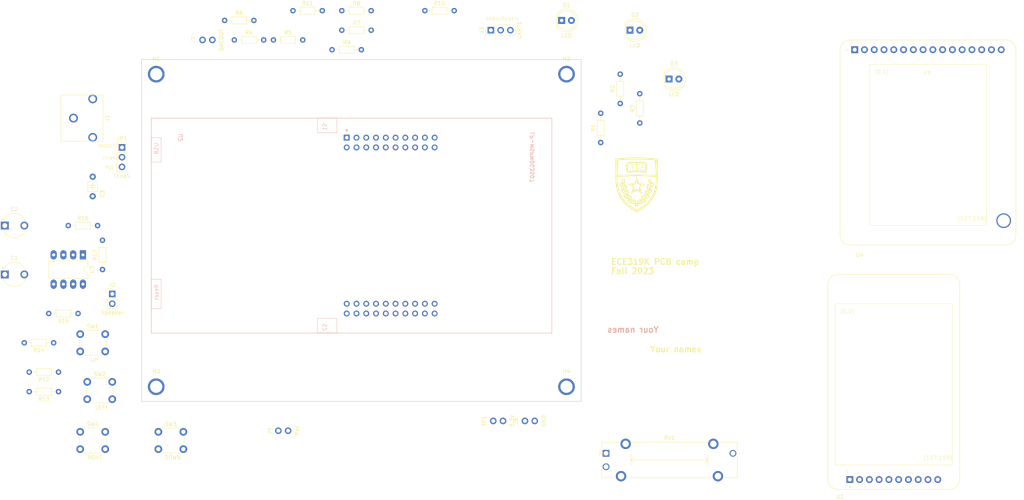
<source format=kicad_pcb>
(kicad_pcb (version 20221018) (generator pcbnew)
  (title_block (title "ECE 319K Baseline Project") (date "2023-12-11") (rev "v1.0.0") (company "The University of Texas at Austin"))
  (layers (0 "F.Cu" signal) (31 "B.Cu" signal) (34 "B.Paste" user) (35 "F.Paste" user) (36 "B.SilkS" user "B.Silkscreen") (37 "F.SilkS" user "F.Silkscreen") (38 "B.Mask" user) (39 "F.Mask" user) (44 "Edge.Cuts" user))
  (net 0 "")
  (net 1 "GND")
  (net 2 "+3V3")
  (net 3 "PB9")
  (net 4 "PB15")
  (net 5 "PB8")
  (net 6 "PB7")
  (net 7 "PB6")
  (net 8 "PA13")
  (net 9 "+5V")
  (net 15 "PA25")
  (net 17 "PA8")
  (net 18 "PA26")
  (net 19 "PB24")
  (net 20 "PA27")
  (net 21 "PB2")
  (net 22 "PB3")
  (net 24 "PB12")
  (net 25 "PB17")
  (net 26 "PB0")
  (net 27 "PB16")
  (net 28 "PB19")
  (net 29 "PA22")
  (net 30 "PB18")
  (net 31 "PA18")
  (net 32 "PA24")
  (net 33 "PA17")
  (net 34 "PA16")
  (net 35 "PA15")
  (net 36 "PB4")
  (net 37 "PB1")
  (net 38 "PA28")
  (net 39 "PA31")
  (net 40 "PB20")
  (net 41 "PB13")
  (net 42 "PA10")
  (net 46 "PB23")
  (net 48 "PA11")
  (net 49 "PA12")
  (footprint "ECE445L:R_Axial_DIN0204_L3.6mm_D1.6mm_P7.62mm_Horizontal" (layer "F.Cu") (at 90.17 25.4)
    (fp_text reference "R11" (at 3.81 -1.92) (layer "F.SilkS"))
    (fp_text value "12k")
    (pad "1" thru_hole circle (at 0 0) (size 1.4 1.4) (drill 0.7) (layers "*.Cu" "*.Mask"))
    (pad "2" thru_hole oval (at 7.62 0) (size 1.4 1.4) (drill 0.7) (layers "*.Cu" "*.Mask"))
  )
  (footprint "ECE445L:Testpoint_1x02_P2.54mm" (layer "F.Cu") (at 86.36 134.62 90)
    (fp_text reference "J4" (at 0 -2.33 90) (layer "F.SilkS"))
    (fp_text value "Pot" (at 0 4.87 90) (layer "F.SilkS"))
    (pad "1" thru_hole circle (at 0 0 90) (size 1.7 1.7) (drill 1) (layers "*.Cu" "*.Mask"))
    (pad "2" thru_hole oval (at 0 2.54 90) (size 1.7 1.7) (drill 1) (layers "*.Cu" "*.Mask"))
  )
  (footprint "ECE445L:R_Axial_DIN0204_L3.6mm_D1.6mm_P7.62mm_Horizontal" (layer "F.Cu") (at 74.93 33.02)
    (fp_text reference "R4" (at 3.81 -1.92) (layer "F.SilkS"))
    (fp_text value "1.5k")
    (pad "1" thru_hole circle (at 0 0) (size 1.4 1.4) (drill 0.7) (layers "*.Cu" "*.Mask"))
    (pad "2" thru_hole oval (at 7.62 0) (size 1.4 1.4) (drill 0.7) (layers "*.Cu" "*.Mask"))
  )
  (footprint "ECE445L:PinHeader_1x03_P2.54mm_Vertical" (layer "F.Cu") (at 141.62 30.48 90)
    (fp_text reference "J3" (at 0 -2.33 90) (layer "F.SilkS"))
    (fp_text value "UART1" (at 0 7.41 90) (layer "F.SilkS"))
    (pad "1" thru_hole rect (at 0 0 90) (size 1.7 1.7) (drill 1) (layers "*.Cu" "*.Mask") (net 1 "GND"))
    (pad "2" thru_hole oval (at 0 2.54 90) (size 1.7 1.7) (drill 1) (layers "*.Cu" "*.Mask") (net 17 "PA8"))
    (pad "3" thru_hole oval (at 0 5.08 90) (size 1.7 1.7) (drill 1) (layers "*.Cu" "*.Mask") (net 29 "PA22"))
  )
  (footprint "LOGO" (layer "F.Cu") (at 180.34 71.12)
    (fp_text reference "G***" hide)
    (fp_text value "LOGO" hide)
  )
  (footprint "ECE445L:R_Axial_DIN0204_L3.6mm_D1.6mm_P7.62mm_Horizontal" (layer "F.Cu") (at 72.39 27.94)
    (fp_text reference "R6" (at 3.81 -1.92) (layer "F.SilkS"))
    (fp_text value "1.5k")
    (pad "1" thru_hole circle (at 0 0) (size 1.4 1.4) (drill 0.7) (layers "*.Cu" "*.Mask"))
    (pad "2" thru_hole oval (at 7.62 0) (size 1.4 1.4) (drill 0.7) (layers "*.Cu" "*.Mask"))
  )
  (footprint "ECE445L:DIP-8_W7.62mm_LongPads" (layer "F.Cu") (at 35.56 88.9 -90)
    (fp_text reference "U3" (at 3.81 -2.33 -90) (layer "F.SilkS"))
    (fp_text value "MCP34119P")
    (pad "1" thru_hole rect (at 0 0 270) (size 2.4 1.6) (drill 0.8) (layers "*.Cu" "*.Mask"))
    (pad "2" thru_hole oval (at 0 2.54 270) (size 2.4 1.6) (drill 0.8) (layers "*.Cu" "*.Mask"))
    (pad "3" thru_hole oval (at 0 5.08 270) (size 2.4 1.6) (drill 0.8) (layers "*.Cu" "*.Mask"))
    (pad "4" thru_hole oval (at 0 7.62 270) (size 2.4 1.6) (drill 0.8) (layers "*.Cu" "*.Mask"))
    (pad "5" thru_hole oval (at 7.62 7.62 270) (size 2.4 1.6) (drill 0.8) (layers "*.Cu" "*.Mask"))
    (pad "6" thru_hole oval (at 7.62 5.08 270) (size 2.4 1.6) (drill 0.8) (layers "*.Cu" "*.Mask"))
    (pad "7" thru_hole oval (at 7.62 2.54 270) (size 2.4 1.6) (drill 0.8) (layers "*.Cu" "*.Mask"))
    (pad "8" thru_hole oval (at 7.62 0 270) (size 2.4 1.6) (drill 0.8) (layers "*.Cu" "*.Mask"))
  )
  (footprint "ECE445L:R_Axial_DIN0204_L3.6mm_D1.6mm_P7.62mm_Horizontal" (layer "F.Cu") (at 40.64 92.71 90)
    (fp_text reference "R17" (at 3.81 -1.92 90) (layer "F.SilkS"))
    (fp_text value "10k")
    (pad "1" thru_hole circle (at 0 0 90) (size 1.4 1.4) (drill 0.7) (layers "*.Cu" "*.Mask"))
    (pad "2" thru_hole oval (at 7.62 0 90) (size 1.4 1.4) (drill 0.7) (layers "*.Cu" "*.Mask"))
  )
  (footprint "ECE445L:SW_PUSH_6mm" (layer "F.Cu") (at 36.68 121.92)
    (fp_text reference "SW2" (at 3.25 -2) (layer "F.SilkS"))
    (fp_text value "LEFT" (at 3.75 6.7) (layer "F.SilkS"))
    (pad "1" thru_hole circle (at 0 0 90) (size 2 2) (drill 1.1) (layers "*.Cu" "*.Mask"))
    (pad "1" thru_hole circle (at 6.5 0 90) (size 2 2) (drill 1.1) (layers "*.Cu" "*.Mask"))
    (pad "2" thru_hole circle (at 0 4.5 90) (size 2 2) (drill 1.1) (layers "*.Cu" "*.Mask"))
    (pad "2" thru_hole circle (at 6.5 4.5 90) (size 2 2) (drill 1.1) (layers "*.Cu" "*.Mask"))
  )
  (footprint "ECE445L:SW_PUSH_6mm" (layer "F.Cu") (at 34.85 109.51)
    (fp_text reference "SW1" (at 3.25 -2) (layer "F.SilkS"))
    (fp_text value "UP" (at 3.75 6.7) (layer "F.SilkS"))
    (pad "1" thru_hole circle (at 0 0 90) (size 2 2) (drill 1.1) (layers "*.Cu" "*.Mask"))
    (pad "1" thru_hole circle (at 6.5 0 90) (size 2 2) (drill 1.1) (layers "*.Cu" "*.Mask"))
    (pad "2" thru_hole circle (at 0 4.5 90) (size 2 2) (drill 1.1) (layers "*.Cu" "*.Mask"))
    (pad "2" thru_hole circle (at 6.5 4.5 90) (size 2 2) (drill 1.1) (layers "*.Cu" "*.Mask"))
  )
  (footprint "ECE445L:PTA2043pot" (layer "F.Cu") (at 171.565 140.49)
    (fp_text reference "RV1" (at 16.5 -4) (layer "F.SilkS"))
    (fp_text value "PTA2043")
    (pad "" np_thru_hole circle (at 3.9 5.95) (size 2.7 2.7) (drill 1.7) (layers "F&B.Cu" "*.Mask"))
    (pad "" np_thru_hole circle (at 5.1 -2.45) (size 2.7 2.7) (drill 1.7) (layers "F&B.Cu" "*.Mask"))
    (pad "" np_thru_hole circle (at 27.9 -2.45) (size 2.7 2.7) (drill 1.7) (layers "F&B.Cu" "*.Mask"))
    (pad "" np_thru_hole circle (at 29.1 5.95) (size 2.7 2.7) (drill 1.7) (layers "F&B.Cu" "*.Mask"))
    (pad "1" thru_hole rect (at 0 0) (size 1.75 1.75) (drill 1.2) (layers "*.Cu" "*.Mask"))
    (pad "2" thru_hole circle (at 0 3.5) (size 1.75 1.75) (drill 1.2) (layers "*.Cu" "*.Mask"))
    (pad "3" thru_hole circle (at 33 0) (size 1.75 1.75) (drill 1.2) (layers "*.Cu" "*.Mask"))
  )
  (footprint "ECE445L:R_Axial_DIN0204_L3.6mm_D1.6mm_P7.62mm_Horizontal" (layer "F.Cu") (at 124.46 25.4)
    (fp_text reference "R10" (at 3.81 -1.92) (layer "F.SilkS"))
    (fp_text value "12k")
    (pad "1" thru_hole circle (at 0 0) (size 1.4 1.4) (drill 0.7) (layers "*.Cu" "*.Mask"))
    (pad "2" thru_hole oval (at 7.62 0) (size 1.4 1.4) (drill 0.7) (layers "*.Cu" "*.Mask"))
  )
  (footprint "ECE445L:R_Axial_DIN0204_L3.6mm_D1.6mm_P7.62mm_Horizontal" (layer "F.Cu") (at 170.18 59.69 90)
    (fp_text reference "R1" (at 3.81 -1.92 90) (layer "F.SilkS"))
    (fp_text value "470")
    (pad "1" thru_hole circle (at 0 0 90) (size 1.4 1.4) (drill 0.7) (layers "*.Cu" "*.Mask"))
    (pad "2" thru_hole oval (at 7.62 0 90) (size 1.4 1.4) (drill 0.7) (layers "*.Cu" "*.Mask"))
  )
  (footprint "ECE445L:Testpoint_1x02_P2.54mm" (layer "F.Cu") (at 66.67 33.02 90)
    (fp_text reference "J7" (at 0 -2.33 90) (layer "F.SilkS"))
    (fp_text value "DACOUT" (at 0 4.87 90) (layer "F.SilkS"))
    (pad "1" thru_hole circle (at 0 0 90) (size 1.7 1.7) (drill 1) (layers "*.Cu" "*.Mask"))
    (pad "2" thru_hole oval (at 0 2.54 90) (size 1.7 1.7) (drill 1) (layers "*.Cu" "*.Mask"))
  )
  (footprint "ECE445L:Testpoint_1x02_P2.54mm" (layer "F.Cu") (at 142.24 132.08 90)
    (fp_text reference "TP1" (at 0 -2.33 90) (layer "F.SilkS"))
    (fp_text value "3.3V" (at 0 4.87 90) (layer "F.SilkS"))
    (pad "1" thru_hole circle (at 0 0 90) (size 1.7 1.7) (drill 1) (layers "*.Cu" "*.Mask") (net 2 "+3V3"))
    (pad "2" thru_hole oval (at 0 2.54 90) (size 1.7 1.7) (drill 1) (layers "*.Cu" "*.Mask") (net 2 "+3V3"))
  )
  (footprint "ECE445L:R_Axial_DIN0204_L3.6mm_D1.6mm_P7.62mm_Horizontal" (layer "F.Cu") (at 102.87 25.4)
    (fp_text reference "R8" (at 3.81 -1.92) (layer "F.SilkS"))
    (fp_text value "1.5k")
    (pad "1" thru_hole circle (at 0 0) (size 1.4 1.4) (drill 0.7) (layers "*.Cu" "*.Mask"))
    (pad "2" thru_hole oval (at 7.62 0) (size 1.4 1.4) (drill 0.7) (layers "*.Cu" "*.Mask"))
  )
  (footprint "ECE445L:C_Axial_200mil" (layer "F.Cu") (at 38.1 68.58 -90)
    (fp_text reference "C3" (at 4.445 -2.54 -90) (layer "F.SilkS"))
    (fp_text value "0.1uF")
    (pad "1" thru_hole circle (at 0 0 270) (size 1.6 1.6) (drill 0.8) (layers "*.Cu" "*.Mask"))
    (pad "2" thru_hole oval (at 5.08 0 270) (size 1.6 1.6) (drill 0.8) (layers "*.Cu" "*.Mask"))
  )
  (footprint "ECE445L:MountingHole_4_40" (layer "F.Cu") (at 161.29 41.91)
    (fp_text reference "H2" (at 0 -4) (layer "F.SilkS"))
    (fp_text value "~")
    (pad "1" thru_hole circle (at 0 0) (size 4.318 4.318) (drill 3.175) (layers "*.Cu" "*.Mask"))
  )
  (footprint "ECE445L:MountingHole_4_40" (layer "F.Cu") (at 161.29 123.19)
    (fp_text reference "H4" (at 0 -4) (layer "F.SilkS"))
    (fp_text value "~")
    (pad "1" thru_hole circle (at 0 0) (size 4.318 4.318) (drill 3.175) (layers "*.Cu" "*.Mask"))
  )
  (footprint "ECE445L:MountingHole_4_40" (layer "F.Cu") (at 54.61 41.91)
    (fp_text reference "H1" (at 0 -4) (layer "F.SilkS"))
    (fp_text value "~")
    (pad "1" thru_hole circle (at 0 0) (size 4.318 4.318) (drill 3.175) (layers "*.Cu" "*.Mask"))
  )
  (footprint "ECE445L:R_Axial_DIN0204_L3.6mm_D1.6mm_P7.62mm_Horizontal" (layer "F.Cu") (at 29.21 119.38 180)
    (fp_text reference "R12" (at 3.81 -1.92 180) (layer "F.SilkS"))
    (fp_text value "10k")
    (pad "1" thru_hole circle (at 0 0 180) (size 1.4 1.4) (drill 0.7) (layers "*.Cu" "*.Mask"))
    (pad "2" thru_hole oval (at 7.62 0 180) (size 1.4 1.4) (drill 0.7) (layers "*.Cu" "*.Mask"))
  )
  (footprint "ECE445L:hiletgo_st7735r" (layer "F.Cu") (at 255.27 59.69)
    (fp_text reference "U4" (at -17.78 29.21) (layer "F.SilkS"))
    (fp_text value "HiLetGo_ST7735R")
    (fp_text user "1" (at -20.32 -25.4 unlocked) (layer "F.SilkS") (effects (font (thickness 0.1)) (justify left bottom)))
    (fp_text user "(0,0)" (at -13.97 -17.78 unlocked) (layer "F.SilkS") (effects (font (thickness 0.1)) (justify left bottom)))
    (fp_text user "(127,159)" (at 7.62 20.32 unlocked) (layer "F.SilkS") (effects (font (thickness 0.1)) (justify left bottom)))
    (fp_text user "Up" (at -1.27 -17.78 unlocked) (layer "F.SilkS") (effects (font (thickness 0.1)) (justify left bottom)))
    (pad "" np_thru_hole circle (at 19.685 20.32 90) (size 3.81 3.81) (drill 3.175) (layers "F&B.Cu" "*.Mask"))
    (pad "1" thru_hole rect (at -19.05 -24.13 90) (size 1.778 1.778) (drill 1.016) (layers "*.Cu" "*.Mask") (net 1 "GND"))
    (pad "2" thru_hole circle (at -16.51 -24.13 90) (size 1.778 1.778) (drill 1.016) (layers "*.Cu" "*.Mask") (net 2 "+3V3"))
    (pad "3" thru_hole circle (at -13.97 -24.13 90) (size 1.778 1.778) (drill 1.016) (layers "*.Cu" "*.Mask"))
    (pad "4" thru_hole circle (at -11.43 -24.13 90) (size 1.778 1.778) (drill 1.016) (layers "*.Cu" "*.Mask"))
    (pad "5" thru_hole circle (at -8.89 -24.13 90) (size 1.778 1.778) (drill 1.016) (layers "*.Cu" "*.Mask"))
    (pad "6" thru_hole circle (at -6.35 -24.13 90) (size 1.778 1.778) (drill 1.016) (layers "*.Cu" "*.Mask") (net 4 "PB15"))
    (pad "7" thru_hole circle (at -3.81 -24.13 90) (size 1.778 1.778) (drill 1.016) (layers "*.Cu" "*.Mask") (net 8 "PA13"))
    (pad "8" thru_hole circle (at -1.27 -24.13 90) (size 1.778 1.778) (drill 1.016) (layers "*.Cu" "*.Mask") (net 5 "PB8"))
    (pad "9" thru_hole circle (at 1.27 -24.13 90) (size 1.778 1.778) (drill 1.016) (layers "*.Cu" "*.Mask") (net 3 "PB9"))
    (pad "10" thru_hole circle (at 3.81 -24.13 90) (size 1.778 1.778) (drill 1.016) (layers "*.Cu" "*.Mask") (net 7 "PB6"))
    (pad "11" thru_hole circle (at 6.35 -24.13 90) (size 1.778 1.778) (drill 1.016) (layers "*.Cu" "*.Mask") (net 3 "PB9"))
    (pad "12" thru_hole circle (at 8.89 -24.13 90) (size 1.778 1.778) (drill 1.016) (layers "*.Cu" "*.Mask") (net 6 "PB7"))
    (pad "13" thru_hole circle (at 11.43 -24.13 90) (size 1.778 1.778) (drill 1.016) (layers "*.Cu" "*.Mask") (net 5 "PB8"))
    (pad "14" thru_hole circle (at 13.97 -24.13 90) (size 1.778 1.778) (drill 1.016) (layers "*.Cu" "*.Mask") (net 49 "PA12"))
    (pad "15" thru_hole circle (at 16.51 -24.13 90) (size 1.778 1.778) (drill 1.016) (layers "*.Cu" "*.Mask") (net 2 "+3V3"))
    (pad "16" thru_hole circle (at 19.05 -24.13 90) (size 1.778 1.778) (drill 1.016) (layers "*.Cu" "*.Mask") (net 1 "GND"))
  )
  (footprint "ECE445L:MountingHole_4_40" (layer "F.Cu") (at 54.61 123.19)
    (fp_text reference "H3" (at 0 -4) (layer "F.SilkS"))
    (fp_text value "~")
    (pad "1" thru_hole circle (at 0 0) (size 4.318 4.318) (drill 3.175) (layers "*.Cu" "*.Mask"))
  )
  (footprint "ECE445L:CP_Radial_Tantal200mil" (layer "F.Cu") (at 15.24 81.28)
    (fp_text reference "C2" (at 2.5 -4.25) (layer "F.SilkS"))
    (fp_text value "4.7uF")
    (pad "1" thru_hole rect (at 0 0) (size 2.032 2.032) (drill 1.27) (layers "*.Cu" "*.Mask"))
    (pad "2" thru_hole circle (at 5.08 0) (size 2.032 2.032) (drill 1.27) (layers "*.Cu" "*.Mask"))
  )
  (footprint "ECE445L:Testpoint_1x02_P2.54mm" (layer "F.Cu") (at 150.49 132.08 90)
    (fp_text reference "J6" (at 0 -2.33 90) (layer "F.SilkS"))
    (fp_text value "GND" (at 0 4.87 90) (layer "F.SilkS"))
    (pad "1" thru_hole circle (at 0 0 90) (size 1.7 1.7) (drill 1) (layers "*.Cu" "*.Mask") (net 1 "GND"))
    (pad "2" thru_hole oval (at 0 2.54 90) (size 1.7 1.7) (drill 1) (layers "*.Cu" "*.Mask") (net 1 "GND"))
  )
  (footprint "ECE445L:LED_D5.0mm" (layer "F.Cu") (at 187.96 43.18)
    (fp_text reference "D3" (at 1.27 -3.96) (layer "F.SilkS"))
    (fp_text value "LED" (at 1.27 3.96) (layer "F.SilkS"))
    (pad "1" thru_hole rect (at 0 0) (size 1.8 1.8) (drill 0.9) (layers "*.Cu" "*.Mask"))
    (pad "2" thru_hole circle (at 2.54 0) (size 1.8 1.8) (drill 0.9) (layers "*.Cu" "*.Mask"))
  )
  (footprint "ECE445L:CP_Radial_Tantal200mil" (layer "F.Cu") (at 15.24 93.98)
    (fp_text reference "C1" (at 2.5 -4.25) (layer "F.SilkS"))
    (fp_text value "1uF")
    (pad "1" thru_hole rect (at 0 0) (size 2.032 2.032) (drill 1.27) (layers "*.Cu" "*.Mask"))
    (pad "2" thru_hole circle (at 5.08 0) (size 2.032 2.032) (drill 1.27) (layers "*.Cu" "*.Mask"))
  )
  (footprint "ECE445L:SW_PUSH_6mm" (layer "F.Cu") (at 34.85 134.91)
    (fp_text reference "SW4" (at 3.25 -2) (layer "F.SilkS"))
    (fp_text value "RGHT" (at 3.75 6.7) (layer "F.SilkS"))
    (pad "1" thru_hole circle (at 0 0 90) (size 2 2) (drill 1.1) (layers "*.Cu" "*.Mask"))
    (pad "1" thru_hole circle (at 6.5 0 90) (size 2 2) (drill 1.1) (layers "*.Cu" "*.Mask"))
    (pad "2" thru_hole circle (at 0 4.5 90) (size 2 2) (drill 1.1) (layers "*.Cu" "*.Mask"))
    (pad "2" thru_hole circle (at 6.5 4.5 90) (size 2 2) (drill 1.1) (layers "*.Cu" "*.Mask"))
  )
  (footprint "ECE445L:R_Axial_DIN0204_L3.6mm_D1.6mm_P7.62mm_Horizontal" (layer "F.Cu") (at 180.34 54.61 90)
    (fp_text reference "R3" (at 3.81 -1.92 90) (layer "F.SilkS"))
    (fp_text value "470")
    (pad "1" thru_hole circle (at 0 0 90) (size 1.4 1.4) (drill 0.7) (layers "*.Cu" "*.Mask"))
    (pad "2" thru_hole oval (at 7.62 0 90) (size 1.4 1.4) (drill 0.7) (layers "*.Cu" "*.Mask"))
  )
  (footprint "ECE445L:R_Axial_DIN0204_L3.6mm_D1.6mm_P7.62mm_Horizontal" (layer "F.Cu") (at 29.21 124.46 180)
    (fp_text reference "R13" (at 3.81 -1.92 180) (layer "F.SilkS"))
    (fp_text value "10k")
    (pad "1" thru_hole circle (at 0 0 180) (size 1.4 1.4) (drill 0.7) (layers "*.Cu" "*.Mask"))
    (pad "2" thru_hole oval (at 7.62 0 180) (size 1.4 1.4) (drill 0.7) (layers "*.Cu" "*.Mask"))
  )
  (footprint "ECE445L:R_Axial_DIN0204_L3.6mm_D1.6mm_P7.62mm_Horizontal" (layer "F.Cu") (at 175.26 49.53 90)
    (fp_text reference "R2" (at 3.81 -1.92 90) (layer "F.SilkS"))
    (fp_text value "470")
    (pad "1" thru_hole circle (at 0 0 90) (size 1.4 1.4) (drill 0.7) (layers "*.Cu" "*.Mask"))
    (pad "2" thru_hole oval (at 7.62 0 90) (size 1.4 1.4) (drill 0.7) (layers "*.Cu" "*.Mask"))
  )
  (footprint "ECE445L:R_Axial_DIN0204_L3.6mm_D1.6mm_P7.62mm_Horizontal" (layer "F.Cu") (at 31.75 81.28)
    (fp_text reference "R16" (at 3.81 -1.92) (layer "F.SilkS"))
    (fp_text value "20k")
    (pad "1" thru_hole circle (at 0 0) (size 1.4 1.4) (drill 0.7) (layers "*.Cu" "*.Mask"))
    (pad "2" thru_hole oval (at 7.62 0) (size 1.4 1.4) (drill 0.7) (layers "*.Cu" "*.Mask"))
  )
  (footprint "ECE445L:Jack_3.5mm_CUI_SJ1-3523N_Horizontal" (layer "F.Cu") (at 33.1 53.34 -90)
    (fp_text reference "J1" (at 0 -8.8 -90) (layer "F.SilkS"))
    (fp_text value "AudioJack")
    (pad "" np_thru_hole circle (at -5 0 270) (size 1.2 1.2) (drill 1.2) (layers "*.Cu"))
    (pad "" np_thru_hole circle (at -5 2.5 270) (size 1.2 1.2) (drill 1.2) (layers "*.Cu"))
    (pad "" np_thru_hole circle (at 0 -5 270) (size 1.2 1.2) (drill 1.2) (layers "*.Cu"))
    (pad "" np_thru_hole circle (at 5 0 270) (size 1.2 1.2) (drill 1.2) (layers "*.Cu"))
    (pad "" np_thru_hole circle (at 5 2.5 270) (size 1.2 1.2) (drill 1.2) (layers "*.Cu"))
    (pad "R" thru_hole circle (at -5 -5 270) (size 2.286 2.286) (drill 1.524) (layers "*.Cu" "*.Mask"))
    (pad "S" thru_hole circle (at 0 0 270) (size 2.286 2.286) (drill 1.524) (layers "*.Cu" "*.Mask"))
    (pad "T" thru_hole circle (at 5 -5 90) (size 2.286 2.286) (drill 1.524) (layers "*.Cu" "*.Mask"))
  )
  (footprint "ECE445L:R_Axial_DIN0204_L3.6mm_D1.6mm_P7.62mm_Horizontal" (layer "F.Cu") (at 34.29 104.14 180)
    (fp_text reference "R15" (at 3.81 -1.92 180) (layer "F.SilkS"))
    (fp_text value "10k")
    (pad "1" thru_hole circle (at 0 0 180) (size 1.4 1.4) (drill 0.7) (layers "*.Cu" "*.Mask"))
    (pad "2" thru_hole oval (at 7.62 0 180) (size 1.4 1.4) (drill 0.7) (layers "*.Cu" "*.Mask"))
  )
  (footprint "ECE445L:R_Axial_DIN0204_L3.6mm_D1.6mm_P7.62mm_Horizontal" (layer "F.Cu") (at 100.33 35.56)
    (fp_text reference "R9" (at 3.81 -1.92) (layer "F.SilkS"))
    (fp_text value "12k")
    (pad "1" thru_hole circle (at 0 0) (size 1.4 1.4) (drill 0.7) (layers "*.Cu" "*.Mask"))
    (pad "2" thru_hole oval (at 7.62 0) (size 1.4 1.4) (drill 0.7) (layers "*.Cu" "*.Mask"))
  )
  (footprint "ECE445L:R_Axial_DIN0204_L3.6mm_D1.6mm_P7.62mm_Horizontal" (layer "F.Cu") (at 27.94 111.76 180)
    (fp_text reference "R14" (at 3.81 -1.92 180) (layer "F.SilkS"))
    (fp_text value "10k")
    (pad "1" thru_hole circle (at 0 0 180) (size 1.4 1.4) (drill 0.7) (layers "*.Cu" "*.Mask"))
    (pad "2" thru_hole oval (at 7.62 0 180) (size 1.4 1.4) (drill 0.7) (layers "*.Cu" "*.Mask"))
  )
  (footprint "ECE445L:SW_PUSH_6mm" (layer "F.Cu") (at 55.17 134.91)
    (fp_text reference "SW3" (at 3.25 -2) (layer "F.SilkS"))
    (fp_text value "DOWN" (at 3.75 6.7) (layer "F.SilkS"))
    (pad "1" thru_hole circle (at 0 0 90) (size 2 2) (drill 1.1) (layers "*.Cu" "*.Mask"))
    (pad "1" thru_hole circle (at 6.5 0 90) (size 2 2) (drill 1.1) (layers "*.Cu" "*.Mask"))
    (pad "2" thru_hole circle (at 0 4.5 90) (size 2 2) (drill 1.1) (layers "*.Cu" "*.Mask"))
    (pad "2" thru_hole circle (at 6.5 4.5 90) (size 2 2) (drill 1.1) (layers "*.Cu" "*.Mask"))
  )
  (footprint "ECE445L:R_Axial_DIN0204_L3.6mm_D1.6mm_P7.62mm_Horizontal" (layer "F.Cu") (at 85.09 33.02)
    (fp_text reference "R5" (at 3.81 -1.92) (layer "F.SilkS"))
    (fp_text value "1.5k")
    (pad "1" thru_hole circle (at 0 0) (size 1.4 1.4) (drill 0.7) (layers "*.Cu" "*.Mask"))
    (pad "2" thru_hole oval (at 7.62 0) (size 1.4 1.4) (drill 0.7) (layers "*.Cu" "*.Mask"))
  )
  (footprint "ECE445L:R_Axial_DIN0204_L3.6mm_D1.6mm_P7.62mm_Horizontal" (layer "F.Cu") (at 102.87 30.48)
    (fp_text reference "R7" (at 3.81 -1.92) (layer "F.SilkS"))
    (fp_text value "1.5k")
    (pad "1" thru_hole circle (at 0 0) (size 1.4 1.4) (drill 0.7) (layers "*.Cu" "*.Mask"))
    (pad "2" thru_hole oval (at 7.62 0) (size 1.4 1.4) (drill 0.7) (layers "*.Cu" "*.Mask"))
  )
  (footprint "ECE445L:PinHeader_1x02_P2.54mm_Vertical" (layer "F.Cu") (at 43.18 99.06)
    (fp_text reference "J2" (at 0 -2.33) (layer "F.SilkS"))
    (fp_text value "Speaker" (at 0 4.87) (layer "F.SilkS"))
    (pad "1" thru_hole rect (at 0 0) (size 1.7 1.7) (drill 1) (layers "*.Cu" "*.Mask"))
    (pad "2" thru_hole oval (at 0 2.54) (size 1.7 1.7) (drill 1) (layers "*.Cu" "*.Mask"))
  )
  (footprint "ECE445L:LED_D5.0mm" (layer "F.Cu") (at 160.02 27.94)
    (fp_text reference "D1" (at 1.27 -3.96) (layer "F.SilkS"))
    (fp_text value "LED" (at 1.27 3.96) (layer "F.SilkS"))
    (pad "1" thru_hole rect (at 0 0) (size 1.8 1.8) (drill 0.9) (layers "*.Cu" "*.Mask"))
    (pad "2" thru_hole circle (at 2.54 0) (size 1.8 1.8) (drill 0.9) (layers "*.Cu" "*.Mask"))
  )
  (footprint "ECE445L:PinHeader_1x03_P2.54mm_Vertical" (layer "F.Cu") (at 45.72 60.96)
    (fp_text reference "JP1" (at 0 -2.33) (layer "F.SilkS"))
    (fp_text value "TExaS" (at 0 7.41) (layer "F.SilkS"))
    (pad "1" thru_hole rect (at 0 0) (size 1.7 1.7) (drill 1) (layers "*.Cu" "*.Mask"))
    (pad "2" thru_hole oval (at 0 2.54) (size 1.7 1.7) (drill 1) (layers "*.Cu" "*.Mask") (net 40 "PB20"))
    (pad "3" thru_hole oval (at 0 5.08) (size 1.7 1.7) (drill 1) (layers "*.Cu" "*.Mask"))
  )
  (footprint "ECE445L:LED_D5.0mm" (layer "F.Cu") (at 177.8 30.48)
    (fp_text reference "D2" (at 1.27 -3.96) (layer "F.SilkS"))
    (fp_text value "LED" (at 1.27 3.96) (layer "F.SilkS"))
    (pad "1" thru_hole rect (at 0 0) (size 1.8 1.8) (drill 0.9) (layers "*.Cu" "*.Mask"))
    (pad "2" thru_hole circle (at 2.54 0) (size 1.8 1.8) (drill 0.9) (layers "*.Cu" "*.Mask"))
  )
  (footprint "ECE445L:adafruit_st7735r2" (layer "F.Cu") (at 246.38 121.92)
    (fp_text reference "U1" (at -13.97 29.845) (layer "F.SilkS"))
    (fp_text value "Adafruit ST7735R")
    (fp_text user "(0,0)" (at -13.97 -17.78 unlocked) (layer "F.SilkS") (effects (font (thickness 0.1)) (justify left bottom)))
    (fp_text user "1" (at -12.7 24.13 unlocked) (layer "F.SilkS") (effects (font (thickness 0.1)) (justify left bottom)))
    (fp_text user "(127,159)" (at 7.62 20.32 unlocked) (layer "F.SilkS") (effects (font (thickness 0.1)) (justify left bottom)))
    (pad "" np_thru_hole circle (at -14.605 -25.4 90) (size 2.2 2.2) (drill 2.2) (layers "*.Cu" "*.Mask"))
    (pad "" np_thru_hole circle (at -14.605 25.4 90) (size 2.2 2.2) (drill 2.2) (layers "F&B.Cu" "*.Mask"))
    (pad "" np_thru_hole circle (at 14.605 -25.4 90) (size 2.2 2.2) (drill 2.2) (layers "F&B.Cu" "*.Mask"))
    (pad "" np_thru_hole circle (at 14.605 25.4 90) (size 2.2 2.2) (drill 2.2) (layers "F&B.Cu" "*.Mask"))
    (pad "1" thru_hole rect (at -11.43 25.4 90) (size 1.778 1.778) (drill 1.016) (layers "*.Cu" "*.Mask") (net 1 "GND"))
    (pad "2" thru_hole circle (at -8.89 25.4 90) (size 1.778 1.778) (drill 1.016) (layers "*.Cu" "*.Mask") (net 2 "+3V3"))
    (pad "3" thru_hole circle (at -6.35 25.4 90) (size 1.778 1.778) (drill 1.016) (layers "*.Cu" "*.Mask") (net 4 "PB15"))
    (pad "4" thru_hole circle (at -3.81 25.4 90) (size 1.778 1.778) (drill 1.016) (layers "*.Cu" "*.Mask") (net 8 "PA13"))
    (pad "5" thru_hole circle (at -1.27 25.4 90) (size 1.778 1.778) (drill 1.016) (layers "*.Cu" "*.Mask") (net 49 "PA12"))
    (pad "6" thru_hole circle (at 1.27 25.4 90) (size 1.778 1.778) (drill 1.016) (layers "*.Cu" "*.Mask") (net 7 "PB6"))
    (pad "7" thru_hole circle (at 3.81 25.4 90) (size 1.778 1.778) (drill 1.016) (layers "*.Cu" "*.Mask") (net 5 "PB8"))
    (pad "8" thru_hole circle (at 6.35 25.4 90) (size 1.778 1.778) (drill 1.016) (layers "*.Cu" "*.Mask") (net 3 "PB9"))
    (pad "9" thru_hole circle (at 8.89 25.4 90) (size 1.778 1.778) (drill 1.016) (layers "*.Cu" "*.Mask") (net 6 "PB7"))
    (pad "10" thru_hole circle (at 11.43 25.4 90) (size 1.778 1.778) (drill 1.016) (layers "*.Cu" "*.Mask") (net 2 "+3V3"))
  )
  (footprint "ECE445L:ti_LP_MSPM0G3507" (layer "B.Cu") (at 106.68 81.28 -90)
    (fp_text reference "U2" (at -22.86 45.72 90) (layer "B.SilkS") (effects (justify mirror)))
    (fp_text value "LP-MSPM0G3507" (at -17.78 -45.72 90) (layer "B.SilkS") (effects (justify mirror)))
    (fp_text user "S2" (at 25.4 7.62 90 unlocked) (layer "B.SilkS") (effects (font (thickness 0.1)) (justify left bottom mirror)))
    (fp_text user "S1" (at -26.67 7.62 90 unlocked) (layer "B.SilkS") (effects (font (thickness 0.1)) (justify left bottom mirror)))
    (fp_text user "Reset" (at 15.24 51.435 90 unlocked) (layer "B.SilkS") (effects (font (thickness 0.1)) (justify left bottom mirror)))
    (fp_text user "USB" (at -21.59 51.435 90 unlocked) (layer "B.SilkS") (effects (font (thickness 0.1)) (justify left bottom mirror)))
    (pad "J1_1" thru_hole rect (at -22.86 2.54 270) (size 1.52 1.52) (drill 0.89) (layers "*.Cu" "*.Mask") (net 2 "+3V3"))
    (pad "J1_2" thru_hole circle (at -22.86 0 270) (size 1.52 1.52) (drill 0.89) (layers "*.Cu" "*.Mask") (net 15 "PA25"))
    (pad "J1_3" thru_hole circle (at -22.86 -2.54 270) (size 1.52 1.52) (drill 0.89) (layers "*.Cu" "*.Mask") (net 46 "PB23"))
    (pad "J1_4" thru_hole circle (at -22.86 -5.08 270) (size 1.52 1.52) (drill 0.89) (layers "*.Cu" "*.Mask") (net 17 "PA8"))
    (pad "J1_5" thru_hole circle (at -22.86 -7.62 270) (size 1.52 1.52) (drill 0.89) (layers "*.Cu" "*.Mask") (net 18 "PA26"))
    (pad "J1_6" thru_hole circle (at -22.86 -10.16 270) (size 1.52 1.52) (drill 0.89) (layers "*.Cu" "*.Mask") (net 19 "PB24"))
    (pad "J1_7" thru_hole circle (at -22.86 -12.7 270) (size 1.52 1.52) (drill 0.89) (layers "*.Cu" "*.Mask") (net 3 "PB9"))
    (pad "J1_8" thru_hole circle (at -22.86 -15.24 270) (size 1.52 1.52) (drill 0.89) (layers "*.Cu" "*.Mask") (net 20 "PA27"))
    (pad "J1_9" thru_hole circle (at -22.86 -17.78 270) (size 1.52 1.52) (drill 0.89) (layers "*.Cu" "*.Mask") (net 21 "PB2"))
    (pad "J1_10" thru_hole circle (at -22.86 -20.32 270) (size 1.52 1.52) (drill 0.89) (layers "*.Cu" "*.Mask") (net 22 "PB3"))
    (pad "J2_1" thru_hole circle (at 22.86 2.54 270) (size 1.52 1.52) (drill 0.89) (layers "*.Cu" "*.Mask") (net 1 "GND"))
    (pad "J2_2" thru_hole circle (at 22.86 0 270) (size 1.52 1.52) (drill 0.89) (layers "*.Cu" "*.Mask") (net 24 "PB12"))
    (pad "J2_3" thru_hole circle (at 22.86 -2.54 270) (size 1.52 1.52) (drill 0.89) (layers "*.Cu" "*.Mask") (net 25 "PB17"))
    (pad "J2_4" thru_hole circle (at 22.86 -5.08 270) (size 1.52 1.52) (drill 0.89) (layers "*.Cu" "*.Mask") (net 4 "PB15"))
    (pad "J2_5" thru_hole circle (at 22.86 -7.62 270) (size 1.52 1.52) (drill 0.89) (layers "*.Cu" "*.Mask"))
    (pad "J2_6" thru_hole circle (at 22.86 -10.16 270) (size 1.52 1.52) (drill 0.89) (layers "*.Cu" "*.Mask") (net 5 "PB8"))
    (pad "J2_7" thru_hole circle (at 22.86 -12.7 270) (size 1.52 1.52) (drill 0.89) (layers "*.Cu" "*.Mask") (net 6 "PB7"))
    (pad "J2_8" thru_hole circle (at 22.86 -15.24 270) (size 1.52 1.52) (drill 0.89) (layers "*.Cu" "*.Mask") (net 7 "PB6"))
    (pad "J2_9" thru_hole circle (at 22.86 -17.78 270) (size 1.52 1.52) (drill 0.89) (layers "*.Cu" "*.Mask") (net 26 "PB0"))
    (pad "J2_10" thru_hole circle (at 22.86 -20.32 270) (size 1.52 1.52) (drill 0.89) (layers "*.Cu" "*.Mask") (net 27 "PB16"))
    (pad "J3_1" thru_hole circle (at -20.32 2.54 270) (size 1.52 1.52) (drill 0.89) (layers "*.Cu" "*.Mask") (net 9 "+5V"))
    (pad "J3_2" thru_hole circle (at -20.32 0 270) (size 1.52 1.52) (drill 0.89) (layers "*.Cu" "*.Mask") (net 1 "GND"))
    (pad "J3_3" thru_hole circle (at -20.32 -2.54 270) (size 1.52 1.52) (drill 0.89) (layers "*.Cu" "*.Mask") (net 28 "PB19"))
    (pad "J3_4" thru_hole circle (at -20.32 -5.08 270) (size 1.52 1.52) (drill 0.89) (layers "*.Cu" "*.Mask") (net 29 "PA22"))
    (pad "J3_5" thru_hole circle (at -20.32 -7.62 270) (size 1.52 1.52) (drill 0.89) (layers "*.Cu" "*.Mask") (net 30 "PB18"))
    (pad "J3_6" thru_hole circle (at -20.32 -10.16 270) (size 1.52 1.52) (drill 0.89) (layers "*.Cu" "*.Mask") (net 31 "PA18"))
    (pad "J3_7" thru_hole circle (at -20.32 -12.7 270) (size 1.52 1.52) (drill 0.89) (layers "*.Cu" "*.Mask") (net 32 "PA24"))
    (pad "J3_8" thru_hole circle (at -20.32 -15.24 270) (size 1.52 1.52) (drill 0.89) (layers "*.Cu" "*.Mask") (net 33 "PA17"))
    (pad "J3_9" thru_hole circle (at -20.32 -17.78 270) (size 1.52 1.52) (drill 0.89) (layers "*.Cu" "*.Mask") (net 34 "PA16"))
    (pad "J3_10" thru_hole circle (at -20.32 -20.32 270) (size 1.52 1.52) (drill 0.89) (layers "*.Cu" "*.Mask") (net 35 "PA15"))
    (pad "J4_1" thru_hole circle (at 20.32 2.54 270) (size 1.52 1.52) (drill 0.89) (layers "*.Cu" "*.Mask") (net 36 "PB4"))
    (pad "J4_2" thru_hole circle (at 20.32 0 270) (size 1.52 1.52) (drill 0.89) (layers "*.Cu" "*.Mask") (net 37 "PB1"))
    (pad "J4_3" thru_hole circle (at 20.32 -2.54 270) (size 1.52 1.52) (drill 0.89) (layers "*.Cu" "*.Mask") (net 38 "PA28"))
    (pad "J4_4" thru_hole circle (at 20.32 -5.08 270) (size 1.52 1.52) (drill 0.89) (layers "*.Cu" "*.Mask") (net 39 "PA31"))
    (pad "J4_5" thru_hole circle (at 20.32 -7.62 270) (size 1.52 1.52) (drill 0.89) (layers "*.Cu" "*.Mask") (net 40 "PB20"))
    (pad "J4_6" thru_hole circle (at 20.32 -10.16 270) (size 1.52 1.52) (drill 0.89) (layers "*.Cu" "*.Mask") (net 41 "PB13"))
    (pad "J4_7" thru_hole circle (at 20.32 -12.7 270) (size 1.52 1.52) (drill 0.89) (layers "*.Cu" "*.Mask") (net 42 "PA10"))
    (pad "J4_8" thru_hole circle (at 20.32 -15.24 270) (size 1.52 1.52) (drill 0.89) (layers "*.Cu" "*.Mask") (net 48 "PA11"))
    (pad "J4_9" thru_hole circle (at 20.32 -17.78 270) (size 1.52 1.52) (drill 0.89) (layers "*.Cu" "*.Mask") (net 49 "PA12"))
    (pad "J4_10" thru_hole circle (at 20.32 -20.32 270) (size 1.52 1.52) (drill 0.89) (layers "*.Cu" "*.Mask") (net 8 "PA13"))
  )
  (gr_rect (start 50.8 38.1) (end 165.1 127) (stroke (width 0.15)) (fill none) (layer "Edge.Cuts"))
  (gr_text "Your names\n" (at 185.42 109.22) (layer "B.SilkS") (effects (font (size 1.5 1.5) (thickness 0.3) bold) (justify left bottom mirror)))
  (gr_text "U1Rx" (at 142.875 27.94) (layer "F.SilkS") (effects (font (size 0.762 0.762) (thickness 0.1016)) (justify left bottom)))
  (gr_text "GND" (at 140.335 27.94) (layer "F.SilkS") (effects (font (size 0.762 0.762) (thickness 0.1016)) (justify left bottom)))
  (gr_text "Your names" (at 182.88 114.3) (layer "F.SilkS") (effects (font (size 1.5 1.5) (thickness 0.3) bold) (justify left bottom)))
  (gr_text "POT" (at 41.275 66.675) (layer "F.SilkS") (effects (font (size 0.762 0.762) (thickness 0.1016)) (justify left bottom)))
  (gr_text "U1Tx" (at 146.05 27.94) (layer "F.SilkS") (effects (font (size 0.762 0.762) (thickness 0.1016)) (justify left bottom)))
  (gr_text "ECE319K PCB camp \nFall 2023" (at 172.72 93.98) (layer "F.SilkS") (effects (font (size 1.5 1.5) (thickness 0.3) bold) (justify left bottom)))
  (gr_text "DACOUT" (at 39.37 60.96) (layer "F.SilkS") (effects (font (size 0.762 0.762) (thickness 0.1016)) (justify left bottom)))
  (gr_text "TExaS" (at 40.64 64.135) (layer "F.SilkS") (effects (font (size 0.762 0.762) (thickness 0.1016)) (justify left bottom)))
)
</source>
